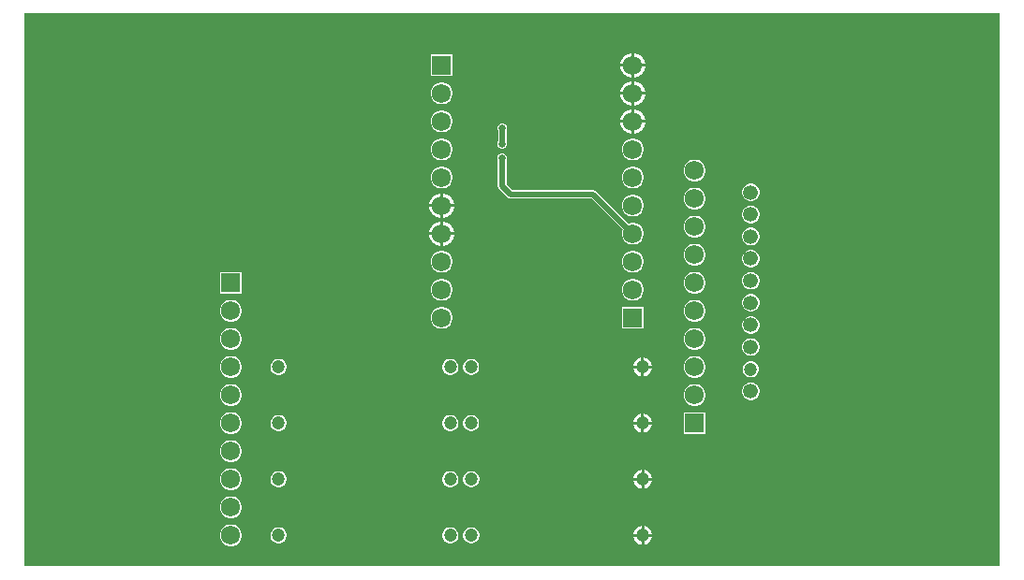
<source format=gbl>
G04*
G04 #@! TF.GenerationSoftware,Altium Limited,Altium Designer,21.3.2 (30)*
G04*
G04 Layer_Physical_Order=2*
G04 Layer_Color=16711680*
%FSLAX25Y25*%
%MOIN*%
G70*
G04*
G04 #@! TF.SameCoordinates,854D5A4D-7B49-4B2E-BA62-70F088FD304A*
G04*
G04*
G04 #@! TF.FilePolarity,Positive*
G04*
G01*
G75*
%ADD36C,0.02000*%
%ADD38C,0.05284*%
%ADD39C,0.04724*%
%ADD40C,0.06791*%
%ADD41R,0.06791X0.06791*%
%ADD42C,0.02500*%
G36*
X348471Y1529D02*
X1529D01*
Y198471D01*
X348471D01*
Y1529D01*
D02*
G37*
%LPC*%
G36*
X218579Y184396D02*
X218500D01*
Y180500D01*
X222396D01*
Y180579D01*
X222096Y181697D01*
X221517Y182699D01*
X220699Y183517D01*
X219697Y184096D01*
X218579Y184396D01*
D02*
G37*
G36*
X217500D02*
X217421D01*
X216303Y184096D01*
X215301Y183517D01*
X214483Y182699D01*
X213904Y181697D01*
X213604Y180579D01*
Y180500D01*
X217500D01*
Y184396D01*
D02*
G37*
G36*
X153896Y183896D02*
X146104D01*
Y176104D01*
X153896D01*
Y183896D01*
D02*
G37*
G36*
X222396Y179500D02*
X218500D01*
Y175604D01*
X218579D01*
X219697Y175904D01*
X220699Y176483D01*
X221517Y177301D01*
X222096Y178303D01*
X222396Y179421D01*
Y179500D01*
D02*
G37*
G36*
X217500D02*
X213604D01*
Y179421D01*
X213904Y178303D01*
X214483Y177301D01*
X215301Y176483D01*
X216303Y175904D01*
X217421Y175604D01*
X217500D01*
Y179500D01*
D02*
G37*
G36*
X218579Y174396D02*
X218500D01*
Y170500D01*
X222396D01*
Y170579D01*
X222096Y171697D01*
X221517Y172699D01*
X220699Y173517D01*
X219697Y174096D01*
X218579Y174396D01*
D02*
G37*
G36*
X217500D02*
X217421D01*
X216303Y174096D01*
X215301Y173517D01*
X214483Y172699D01*
X213904Y171697D01*
X213604Y170579D01*
Y170500D01*
X217500D01*
Y174396D01*
D02*
G37*
G36*
X150513Y173896D02*
X149487D01*
X148496Y173630D01*
X147608Y173117D01*
X146883Y172392D01*
X146370Y171504D01*
X146104Y170513D01*
Y169487D01*
X146370Y168496D01*
X146883Y167608D01*
X147608Y166883D01*
X148496Y166370D01*
X149487Y166104D01*
X150513D01*
X151504Y166370D01*
X152392Y166883D01*
X153117Y167608D01*
X153630Y168496D01*
X153896Y169487D01*
Y170513D01*
X153630Y171504D01*
X153117Y172392D01*
X152392Y173117D01*
X151504Y173630D01*
X150513Y173896D01*
D02*
G37*
G36*
X222396Y169500D02*
X218500D01*
Y165604D01*
X218579D01*
X219697Y165904D01*
X220699Y166483D01*
X221517Y167301D01*
X222096Y168303D01*
X222396Y169421D01*
Y169500D01*
D02*
G37*
G36*
X217500D02*
X213604D01*
Y169421D01*
X213904Y168303D01*
X214483Y167301D01*
X215301Y166483D01*
X216303Y165904D01*
X217421Y165604D01*
X217500D01*
Y169500D01*
D02*
G37*
G36*
X218579Y164396D02*
X218500D01*
Y160500D01*
X222396D01*
Y160579D01*
X222096Y161697D01*
X221517Y162699D01*
X220699Y163517D01*
X219697Y164096D01*
X218579Y164396D01*
D02*
G37*
G36*
X217500D02*
X217421D01*
X216303Y164096D01*
X215301Y163517D01*
X214483Y162699D01*
X213904Y161697D01*
X213604Y160579D01*
Y160500D01*
X217500D01*
Y164396D01*
D02*
G37*
G36*
X150513Y163896D02*
X149487D01*
X148496Y163630D01*
X147608Y163117D01*
X146883Y162392D01*
X146370Y161504D01*
X146104Y160513D01*
Y159487D01*
X146370Y158496D01*
X146883Y157608D01*
X147608Y156883D01*
X148496Y156370D01*
X149487Y156104D01*
X150513D01*
X151504Y156370D01*
X152392Y156883D01*
X153117Y157608D01*
X153630Y158496D01*
X153896Y159487D01*
Y160513D01*
X153630Y161504D01*
X153117Y162392D01*
X152392Y163117D01*
X151504Y163630D01*
X150513Y163896D01*
D02*
G37*
G36*
X222396Y159500D02*
X218500D01*
Y155604D01*
X218579D01*
X219697Y155904D01*
X220699Y156483D01*
X221517Y157301D01*
X222096Y158303D01*
X222396Y159421D01*
Y159500D01*
D02*
G37*
G36*
X217500D02*
X213604D01*
Y159421D01*
X213904Y158303D01*
X214483Y157301D01*
X215301Y156483D01*
X216303Y155904D01*
X217421Y155604D01*
X217500D01*
Y159500D01*
D02*
G37*
G36*
X171948Y159250D02*
X171252D01*
X170609Y158984D01*
X170116Y158491D01*
X169850Y157848D01*
Y157152D01*
X170021Y156740D01*
Y152996D01*
X170016Y152991D01*
X169750Y152348D01*
Y151652D01*
X170016Y151009D01*
X170509Y150516D01*
X171152Y150250D01*
X171848D01*
X172491Y150516D01*
X172984Y151009D01*
X173250Y151652D01*
Y152348D01*
X173079Y152760D01*
Y156504D01*
X173084Y156509D01*
X173350Y157152D01*
Y157848D01*
X173084Y158491D01*
X172591Y158984D01*
X171948Y159250D01*
D02*
G37*
G36*
X218513Y153896D02*
X217487D01*
X216496Y153630D01*
X215608Y153117D01*
X214883Y152392D01*
X214370Y151504D01*
X214104Y150513D01*
Y149487D01*
X214370Y148496D01*
X214883Y147608D01*
X215608Y146883D01*
X216496Y146370D01*
X217487Y146104D01*
X218513D01*
X219504Y146370D01*
X220392Y146883D01*
X221117Y147608D01*
X221630Y148496D01*
X221896Y149487D01*
Y150513D01*
X221630Y151504D01*
X221117Y152392D01*
X220392Y153117D01*
X219504Y153630D01*
X218513Y153896D01*
D02*
G37*
G36*
X150513D02*
X149487D01*
X148496Y153630D01*
X147608Y153117D01*
X146883Y152392D01*
X146370Y151504D01*
X146104Y150513D01*
Y149487D01*
X146370Y148496D01*
X146883Y147608D01*
X147608Y146883D01*
X148496Y146370D01*
X149487Y146104D01*
X150513D01*
X151504Y146370D01*
X152392Y146883D01*
X153117Y147608D01*
X153630Y148496D01*
X153896Y149487D01*
Y150513D01*
X153630Y151504D01*
X153117Y152392D01*
X152392Y153117D01*
X151504Y153630D01*
X150513Y153896D01*
D02*
G37*
G36*
X240513Y146396D02*
X239487D01*
X238496Y146130D01*
X237608Y145617D01*
X236883Y144892D01*
X236370Y144004D01*
X236104Y143013D01*
Y141987D01*
X236370Y140996D01*
X236883Y140108D01*
X237608Y139383D01*
X238496Y138870D01*
X239487Y138604D01*
X240513D01*
X241504Y138870D01*
X242392Y139383D01*
X243117Y140108D01*
X243630Y140996D01*
X243896Y141987D01*
Y143013D01*
X243630Y144004D01*
X243117Y144892D01*
X242392Y145617D01*
X241504Y146130D01*
X240513Y146396D01*
D02*
G37*
G36*
X218513Y143896D02*
X217487D01*
X216496Y143630D01*
X215608Y143117D01*
X214883Y142392D01*
X214370Y141504D01*
X214104Y140513D01*
Y139487D01*
X214370Y138496D01*
X214883Y137608D01*
X215608Y136883D01*
X216496Y136370D01*
X217487Y136104D01*
X218513D01*
X219504Y136370D01*
X220392Y136883D01*
X221117Y137608D01*
X221630Y138496D01*
X221896Y139487D01*
Y140513D01*
X221630Y141504D01*
X221117Y142392D01*
X220392Y143117D01*
X219504Y143630D01*
X218513Y143896D01*
D02*
G37*
G36*
X150513D02*
X149487D01*
X148496Y143630D01*
X147608Y143117D01*
X146883Y142392D01*
X146370Y141504D01*
X146104Y140513D01*
Y139487D01*
X146370Y138496D01*
X146883Y137608D01*
X147608Y136883D01*
X148496Y136370D01*
X149487Y136104D01*
X150513D01*
X151504Y136370D01*
X152392Y136883D01*
X153117Y137608D01*
X153630Y138496D01*
X153896Y139487D01*
Y140513D01*
X153630Y141504D01*
X153117Y142392D01*
X152392Y143117D01*
X151504Y143630D01*
X150513Y143896D01*
D02*
G37*
G36*
X260414Y137886D02*
X259586D01*
X258787Y137672D01*
X258071Y137258D01*
X257486Y136673D01*
X257072Y135957D01*
X256858Y135158D01*
Y134330D01*
X257072Y133531D01*
X257486Y132815D01*
X258071Y132230D01*
X258787Y131816D01*
X259586Y131602D01*
X260414D01*
X261213Y131816D01*
X261929Y132230D01*
X262514Y132815D01*
X262928Y133531D01*
X263142Y134330D01*
Y135158D01*
X262928Y135957D01*
X262514Y136673D01*
X261929Y137258D01*
X261213Y137672D01*
X260414Y137886D01*
D02*
G37*
G36*
X150579Y134396D02*
X150500D01*
Y130500D01*
X154396D01*
Y130579D01*
X154096Y131697D01*
X153517Y132699D01*
X152699Y133517D01*
X151697Y134096D01*
X150579Y134396D01*
D02*
G37*
G36*
X149500D02*
X149421D01*
X148303Y134096D01*
X147301Y133517D01*
X146483Y132699D01*
X145904Y131697D01*
X145604Y130579D01*
Y130500D01*
X149500D01*
Y134396D01*
D02*
G37*
G36*
X240513Y136396D02*
X239487D01*
X238496Y136130D01*
X237608Y135617D01*
X236883Y134892D01*
X236370Y134004D01*
X236104Y133013D01*
Y131987D01*
X236370Y130996D01*
X236883Y130108D01*
X237608Y129383D01*
X238496Y128870D01*
X239487Y128604D01*
X240513D01*
X241504Y128870D01*
X242392Y129383D01*
X243117Y130108D01*
X243630Y130996D01*
X243896Y131987D01*
Y133013D01*
X243630Y134004D01*
X243117Y134892D01*
X242392Y135617D01*
X241504Y136130D01*
X240513Y136396D01*
D02*
G37*
G36*
X218513Y133896D02*
X217487D01*
X216496Y133630D01*
X215608Y133117D01*
X214883Y132392D01*
X214370Y131504D01*
X214104Y130513D01*
Y129487D01*
X214370Y128496D01*
X214883Y127608D01*
X215608Y126883D01*
X216496Y126370D01*
X217487Y126104D01*
X218513D01*
X219504Y126370D01*
X220392Y126883D01*
X221117Y127608D01*
X221630Y128496D01*
X221896Y129487D01*
Y130513D01*
X221630Y131504D01*
X221117Y132392D01*
X220392Y133117D01*
X219504Y133630D01*
X218513Y133896D01*
D02*
G37*
G36*
X154396Y129500D02*
X150500D01*
Y125604D01*
X150579D01*
X151697Y125904D01*
X152699Y126483D01*
X153517Y127301D01*
X154096Y128303D01*
X154396Y129421D01*
Y129500D01*
D02*
G37*
G36*
X149500D02*
X145604D01*
Y129421D01*
X145904Y128303D01*
X146483Y127301D01*
X147301Y126483D01*
X148303Y125904D01*
X149421Y125604D01*
X149500D01*
Y129500D01*
D02*
G37*
G36*
X260414Y130012D02*
X259586D01*
X258787Y129798D01*
X258071Y129384D01*
X257486Y128799D01*
X257072Y128083D01*
X256858Y127284D01*
Y126456D01*
X257072Y125657D01*
X257486Y124941D01*
X258071Y124356D01*
X258787Y123942D01*
X259586Y123728D01*
X260414D01*
X261213Y123942D01*
X261929Y124356D01*
X262514Y124941D01*
X262928Y125657D01*
X263142Y126456D01*
Y127284D01*
X262928Y128083D01*
X262514Y128799D01*
X261929Y129384D01*
X261213Y129798D01*
X260414Y130012D01*
D02*
G37*
G36*
X150579Y124396D02*
X150500D01*
Y120500D01*
X154396D01*
Y120579D01*
X154096Y121697D01*
X153517Y122699D01*
X152699Y123517D01*
X151697Y124096D01*
X150579Y124396D01*
D02*
G37*
G36*
X149500D02*
X149421D01*
X148303Y124096D01*
X147301Y123517D01*
X146483Y122699D01*
X145904Y121697D01*
X145604Y120579D01*
Y120500D01*
X149500D01*
Y124396D01*
D02*
G37*
G36*
X240513Y126396D02*
X239487D01*
X238496Y126130D01*
X237608Y125617D01*
X236883Y124892D01*
X236370Y124004D01*
X236104Y123013D01*
Y121987D01*
X236370Y120996D01*
X236883Y120108D01*
X237608Y119383D01*
X238496Y118870D01*
X239487Y118604D01*
X240513D01*
X241504Y118870D01*
X242392Y119383D01*
X243117Y120108D01*
X243630Y120996D01*
X243896Y121987D01*
Y123013D01*
X243630Y124004D01*
X243117Y124892D01*
X242392Y125617D01*
X241504Y126130D01*
X240513Y126396D01*
D02*
G37*
G36*
X171848Y148650D02*
X171152D01*
X170509Y148384D01*
X170016Y147891D01*
X169750Y147248D01*
Y146552D01*
X169971Y146019D01*
Y137000D01*
X170087Y136415D01*
X170419Y135919D01*
X173419Y132919D01*
X173915Y132587D01*
X174500Y132471D01*
X203366D01*
X214362Y121475D01*
X214104Y120513D01*
Y119487D01*
X214370Y118496D01*
X214883Y117608D01*
X215608Y116883D01*
X216496Y116370D01*
X217487Y116104D01*
X218513D01*
X219504Y116370D01*
X220392Y116883D01*
X221117Y117608D01*
X221630Y118496D01*
X221896Y119487D01*
Y120513D01*
X221630Y121504D01*
X221117Y122392D01*
X220392Y123117D01*
X219504Y123630D01*
X218513Y123896D01*
X217487D01*
X216525Y123638D01*
X205081Y135081D01*
X204585Y135413D01*
X204000Y135529D01*
X175134D01*
X173029Y137634D01*
Y146019D01*
X173250Y146552D01*
Y147248D01*
X172984Y147891D01*
X172491Y148384D01*
X171848Y148650D01*
D02*
G37*
G36*
X260414Y122138D02*
X259586D01*
X258787Y121924D01*
X258071Y121510D01*
X257486Y120925D01*
X257072Y120209D01*
X256858Y119410D01*
Y118582D01*
X257072Y117783D01*
X257486Y117067D01*
X258071Y116482D01*
X258787Y116068D01*
X259586Y115854D01*
X260414D01*
X261213Y116068D01*
X261929Y116482D01*
X262514Y117067D01*
X262928Y117783D01*
X263142Y118582D01*
Y119410D01*
X262928Y120209D01*
X262514Y120925D01*
X261929Y121510D01*
X261213Y121924D01*
X260414Y122138D01*
D02*
G37*
G36*
X154396Y119500D02*
X150500D01*
Y115604D01*
X150579D01*
X151697Y115904D01*
X152699Y116483D01*
X153517Y117301D01*
X154096Y118303D01*
X154396Y119421D01*
Y119500D01*
D02*
G37*
G36*
X149500D02*
X145604D01*
Y119421D01*
X145904Y118303D01*
X146483Y117301D01*
X147301Y116483D01*
X148303Y115904D01*
X149421Y115604D01*
X149500D01*
Y119500D01*
D02*
G37*
G36*
X240513Y116396D02*
X239487D01*
X238496Y116130D01*
X237608Y115617D01*
X236883Y114892D01*
X236370Y114004D01*
X236104Y113013D01*
Y111987D01*
X236370Y110996D01*
X236883Y110108D01*
X237608Y109383D01*
X238496Y108870D01*
X239487Y108604D01*
X240513D01*
X241504Y108870D01*
X242392Y109383D01*
X243117Y110108D01*
X243630Y110996D01*
X243896Y111987D01*
Y113013D01*
X243630Y114004D01*
X243117Y114892D01*
X242392Y115617D01*
X241504Y116130D01*
X240513Y116396D01*
D02*
G37*
G36*
X260414Y114264D02*
X259586D01*
X258787Y114050D01*
X258071Y113636D01*
X257486Y113051D01*
X257072Y112335D01*
X256858Y111536D01*
Y110708D01*
X257072Y109909D01*
X257486Y109193D01*
X258071Y108608D01*
X258787Y108194D01*
X259586Y107980D01*
X260414D01*
X261213Y108194D01*
X261929Y108608D01*
X262514Y109193D01*
X262928Y109909D01*
X263142Y110708D01*
Y111536D01*
X262928Y112335D01*
X262514Y113051D01*
X261929Y113636D01*
X261213Y114050D01*
X260414Y114264D01*
D02*
G37*
G36*
X218513Y113896D02*
X217487D01*
X216496Y113630D01*
X215608Y113117D01*
X214883Y112392D01*
X214370Y111504D01*
X214104Y110513D01*
Y109487D01*
X214370Y108496D01*
X214883Y107608D01*
X215608Y106883D01*
X216496Y106370D01*
X217487Y106104D01*
X218513D01*
X219504Y106370D01*
X220392Y106883D01*
X221117Y107608D01*
X221630Y108496D01*
X221896Y109487D01*
Y110513D01*
X221630Y111504D01*
X221117Y112392D01*
X220392Y113117D01*
X219504Y113630D01*
X218513Y113896D01*
D02*
G37*
G36*
X150513D02*
X149487D01*
X148496Y113630D01*
X147608Y113117D01*
X146883Y112392D01*
X146370Y111504D01*
X146104Y110513D01*
Y109487D01*
X146370Y108496D01*
X146883Y107608D01*
X147608Y106883D01*
X148496Y106370D01*
X149487Y106104D01*
X150513D01*
X151504Y106370D01*
X152392Y106883D01*
X153117Y107608D01*
X153630Y108496D01*
X153896Y109487D01*
Y110513D01*
X153630Y111504D01*
X153117Y112392D01*
X152392Y113117D01*
X151504Y113630D01*
X150513Y113896D01*
D02*
G37*
G36*
X260414Y106390D02*
X259586D01*
X258787Y106176D01*
X258071Y105762D01*
X257486Y105177D01*
X257072Y104461D01*
X256858Y103662D01*
Y102834D01*
X257072Y102035D01*
X257486Y101319D01*
X258071Y100734D01*
X258787Y100320D01*
X259586Y100106D01*
X260414D01*
X261213Y100320D01*
X261929Y100734D01*
X262514Y101319D01*
X262928Y102035D01*
X263142Y102834D01*
Y103662D01*
X262928Y104461D01*
X262514Y105177D01*
X261929Y105762D01*
X261213Y106176D01*
X260414Y106390D01*
D02*
G37*
G36*
X240513Y106396D02*
X239487D01*
X238496Y106130D01*
X237608Y105617D01*
X236883Y104892D01*
X236370Y104004D01*
X236104Y103013D01*
Y101987D01*
X236370Y100996D01*
X236883Y100108D01*
X237608Y99383D01*
X238496Y98870D01*
X239487Y98604D01*
X240513D01*
X241504Y98870D01*
X242392Y99383D01*
X243117Y100108D01*
X243630Y100996D01*
X243896Y101987D01*
Y103013D01*
X243630Y104004D01*
X243117Y104892D01*
X242392Y105617D01*
X241504Y106130D01*
X240513Y106396D01*
D02*
G37*
G36*
X78896D02*
X71104D01*
Y98604D01*
X78896D01*
Y106396D01*
D02*
G37*
G36*
X218513Y103896D02*
X217487D01*
X216496Y103630D01*
X215608Y103117D01*
X214883Y102392D01*
X214370Y101504D01*
X214104Y100513D01*
Y99487D01*
X214370Y98496D01*
X214883Y97608D01*
X215608Y96883D01*
X216496Y96370D01*
X217487Y96104D01*
X218513D01*
X219504Y96370D01*
X220392Y96883D01*
X221117Y97608D01*
X221630Y98496D01*
X221896Y99487D01*
Y100513D01*
X221630Y101504D01*
X221117Y102392D01*
X220392Y103117D01*
X219504Y103630D01*
X218513Y103896D01*
D02*
G37*
G36*
X150513D02*
X149487D01*
X148496Y103630D01*
X147608Y103117D01*
X146883Y102392D01*
X146370Y101504D01*
X146104Y100513D01*
Y99487D01*
X146370Y98496D01*
X146883Y97608D01*
X147608Y96883D01*
X148496Y96370D01*
X149487Y96104D01*
X150513D01*
X151504Y96370D01*
X152392Y96883D01*
X153117Y97608D01*
X153630Y98496D01*
X153896Y99487D01*
Y100513D01*
X153630Y101504D01*
X153117Y102392D01*
X152392Y103117D01*
X151504Y103630D01*
X150513Y103896D01*
D02*
G37*
G36*
X260414Y98516D02*
X259586D01*
X258787Y98302D01*
X258071Y97888D01*
X257486Y97303D01*
X257072Y96587D01*
X256858Y95788D01*
Y94960D01*
X257072Y94161D01*
X257486Y93445D01*
X258071Y92860D01*
X258787Y92446D01*
X259586Y92232D01*
X260414D01*
X261213Y92446D01*
X261929Y92860D01*
X262514Y93445D01*
X262928Y94161D01*
X263142Y94960D01*
Y95788D01*
X262928Y96587D01*
X262514Y97303D01*
X261929Y97888D01*
X261213Y98302D01*
X260414Y98516D01*
D02*
G37*
G36*
X240513Y96396D02*
X239487D01*
X238496Y96130D01*
X237608Y95617D01*
X236883Y94892D01*
X236370Y94004D01*
X236104Y93013D01*
Y91987D01*
X236370Y90996D01*
X236883Y90108D01*
X237608Y89383D01*
X238496Y88870D01*
X239487Y88604D01*
X240513D01*
X241504Y88870D01*
X242392Y89383D01*
X243117Y90108D01*
X243630Y90996D01*
X243896Y91987D01*
Y93013D01*
X243630Y94004D01*
X243117Y94892D01*
X242392Y95617D01*
X241504Y96130D01*
X240513Y96396D01*
D02*
G37*
G36*
X75513D02*
X74487D01*
X73496Y96130D01*
X72608Y95617D01*
X71883Y94892D01*
X71370Y94004D01*
X71104Y93013D01*
Y91987D01*
X71370Y90996D01*
X71883Y90108D01*
X72608Y89383D01*
X73496Y88870D01*
X74487Y88604D01*
X75513D01*
X76504Y88870D01*
X77392Y89383D01*
X78117Y90108D01*
X78630Y90996D01*
X78896Y91987D01*
Y93013D01*
X78630Y94004D01*
X78117Y94892D01*
X77392Y95617D01*
X76504Y96130D01*
X75513Y96396D01*
D02*
G37*
G36*
X221896Y93896D02*
X214104D01*
Y86104D01*
X221896D01*
Y93896D01*
D02*
G37*
G36*
X150513D02*
X149487D01*
X148496Y93630D01*
X147608Y93117D01*
X146883Y92392D01*
X146370Y91504D01*
X146104Y90513D01*
Y89487D01*
X146370Y88496D01*
X146883Y87608D01*
X147608Y86883D01*
X148496Y86370D01*
X149487Y86104D01*
X150513D01*
X151504Y86370D01*
X152392Y86883D01*
X153117Y87608D01*
X153630Y88496D01*
X153896Y89487D01*
Y90513D01*
X153630Y91504D01*
X153117Y92392D01*
X152392Y93117D01*
X151504Y93630D01*
X150513Y93896D01*
D02*
G37*
G36*
X260414Y90642D02*
X259586D01*
X258787Y90428D01*
X258071Y90014D01*
X257486Y89429D01*
X257072Y88713D01*
X256858Y87914D01*
Y87086D01*
X257072Y86287D01*
X257486Y85571D01*
X258071Y84986D01*
X258787Y84572D01*
X259586Y84358D01*
X260414D01*
X261213Y84572D01*
X261929Y84986D01*
X262514Y85571D01*
X262928Y86287D01*
X263142Y87086D01*
Y87914D01*
X262928Y88713D01*
X262514Y89429D01*
X261929Y90014D01*
X261213Y90428D01*
X260414Y90642D01*
D02*
G37*
G36*
X240513Y86396D02*
X239487D01*
X238496Y86130D01*
X237608Y85617D01*
X236883Y84892D01*
X236370Y84004D01*
X236104Y83013D01*
Y81987D01*
X236370Y80996D01*
X236883Y80108D01*
X237608Y79383D01*
X238496Y78870D01*
X239487Y78604D01*
X240513D01*
X241504Y78870D01*
X242392Y79383D01*
X243117Y80108D01*
X243630Y80996D01*
X243896Y81987D01*
Y83013D01*
X243630Y84004D01*
X243117Y84892D01*
X242392Y85617D01*
X241504Y86130D01*
X240513Y86396D01*
D02*
G37*
G36*
X75513D02*
X74487D01*
X73496Y86130D01*
X72608Y85617D01*
X71883Y84892D01*
X71370Y84004D01*
X71104Y83013D01*
Y81987D01*
X71370Y80996D01*
X71883Y80108D01*
X72608Y79383D01*
X73496Y78870D01*
X74487Y78604D01*
X75513D01*
X76504Y78870D01*
X77392Y79383D01*
X78117Y80108D01*
X78630Y80996D01*
X78896Y81987D01*
Y83013D01*
X78630Y84004D01*
X78117Y84892D01*
X77392Y85617D01*
X76504Y86130D01*
X75513Y86396D01*
D02*
G37*
G36*
X260414Y82768D02*
X259586D01*
X258787Y82554D01*
X258071Y82140D01*
X257486Y81555D01*
X257072Y80839D01*
X256858Y80040D01*
Y79212D01*
X257072Y78413D01*
X257486Y77697D01*
X258071Y77112D01*
X258787Y76698D01*
X259586Y76484D01*
X260414D01*
X261213Y76698D01*
X261929Y77112D01*
X262514Y77697D01*
X262928Y78413D01*
X263142Y79212D01*
Y80040D01*
X262928Y80839D01*
X262514Y81555D01*
X261929Y82140D01*
X261213Y82554D01*
X260414Y82768D01*
D02*
G37*
G36*
X222000Y75847D02*
Y73000D01*
X224847D01*
X224633Y73798D01*
X224190Y74564D01*
X223564Y75190D01*
X222798Y75633D01*
X222000Y75847D01*
D02*
G37*
G36*
X221000D02*
X220202Y75633D01*
X219436Y75190D01*
X218810Y74564D01*
X218367Y73798D01*
X218153Y73000D01*
X221000D01*
Y75847D01*
D02*
G37*
G36*
X160853Y75362D02*
X160100D01*
X159372Y75167D01*
X158719Y74790D01*
X158186Y74257D01*
X157809Y73605D01*
X157614Y72877D01*
Y72123D01*
X157809Y71395D01*
X158186Y70743D01*
X158719Y70210D01*
X159372Y69833D01*
X160100Y69638D01*
X160853D01*
X161581Y69833D01*
X162234Y70210D01*
X162767Y70743D01*
X163144Y71395D01*
X163339Y72123D01*
Y72877D01*
X163144Y73605D01*
X162767Y74257D01*
X162234Y74790D01*
X161581Y75167D01*
X160853Y75362D01*
D02*
G37*
G36*
X153400D02*
X152647D01*
X151919Y75167D01*
X151266Y74790D01*
X150733Y74257D01*
X150356Y73605D01*
X150161Y72877D01*
Y72123D01*
X150356Y71395D01*
X150733Y70743D01*
X151266Y70210D01*
X151919Y69833D01*
X152647Y69638D01*
X153400D01*
X154128Y69833D01*
X154781Y70210D01*
X155314Y70743D01*
X155691Y71395D01*
X155886Y72123D01*
Y72877D01*
X155691Y73605D01*
X155314Y74257D01*
X154781Y74790D01*
X154128Y75167D01*
X153400Y75362D01*
D02*
G37*
G36*
X92377D02*
X91623D01*
X90895Y75167D01*
X90243Y74790D01*
X89710Y74257D01*
X89333Y73605D01*
X89138Y72877D01*
Y72123D01*
X89333Y71395D01*
X89710Y70743D01*
X90243Y70210D01*
X90895Y69833D01*
X91623Y69638D01*
X92377D01*
X93105Y69833D01*
X93757Y70210D01*
X94290Y70743D01*
X94667Y71395D01*
X94862Y72123D01*
Y72877D01*
X94667Y73605D01*
X94290Y74257D01*
X93757Y74790D01*
X93105Y75167D01*
X92377Y75362D01*
D02*
G37*
G36*
X224847Y72000D02*
X222000D01*
Y69153D01*
X222798Y69367D01*
X223564Y69810D01*
X224190Y70436D01*
X224633Y71202D01*
X224847Y72000D01*
D02*
G37*
G36*
X221000D02*
X218153D01*
X218367Y71202D01*
X218810Y70436D01*
X219436Y69810D01*
X220202Y69367D01*
X221000Y69153D01*
Y72000D01*
D02*
G37*
G36*
X260377Y74614D02*
X259623D01*
X258895Y74419D01*
X258243Y74042D01*
X257710Y73509D01*
X257333Y72857D01*
X257138Y72129D01*
Y71375D01*
X257333Y70647D01*
X257710Y69994D01*
X258243Y69462D01*
X258895Y69085D01*
X259623Y68890D01*
X260377D01*
X261105Y69085D01*
X261757Y69462D01*
X262290Y69994D01*
X262667Y70647D01*
X262862Y71375D01*
Y72129D01*
X262667Y72857D01*
X262290Y73509D01*
X261757Y74042D01*
X261105Y74419D01*
X260377Y74614D01*
D02*
G37*
G36*
X240513Y76396D02*
X239487D01*
X238496Y76130D01*
X237608Y75617D01*
X236883Y74892D01*
X236370Y74004D01*
X236104Y73013D01*
Y71987D01*
X236370Y70996D01*
X236883Y70108D01*
X237608Y69383D01*
X238496Y68870D01*
X239487Y68604D01*
X240513D01*
X241504Y68870D01*
X242392Y69383D01*
X243117Y70108D01*
X243630Y70996D01*
X243896Y71987D01*
Y73013D01*
X243630Y74004D01*
X243117Y74892D01*
X242392Y75617D01*
X241504Y76130D01*
X240513Y76396D01*
D02*
G37*
G36*
X75513D02*
X74487D01*
X73496Y76130D01*
X72608Y75617D01*
X71883Y74892D01*
X71370Y74004D01*
X71104Y73013D01*
Y71987D01*
X71370Y70996D01*
X71883Y70108D01*
X72608Y69383D01*
X73496Y68870D01*
X74487Y68604D01*
X75513D01*
X76504Y68870D01*
X77392Y69383D01*
X78117Y70108D01*
X78630Y70996D01*
X78896Y71987D01*
Y73013D01*
X78630Y74004D01*
X78117Y74892D01*
X77392Y75617D01*
X76504Y76130D01*
X75513Y76396D01*
D02*
G37*
G36*
X260414Y67020D02*
X259586D01*
X258787Y66806D01*
X258071Y66392D01*
X257486Y65807D01*
X257072Y65091D01*
X256858Y64292D01*
Y63464D01*
X257072Y62665D01*
X257486Y61949D01*
X258071Y61364D01*
X258787Y60950D01*
X259586Y60736D01*
X260414D01*
X261213Y60950D01*
X261929Y61364D01*
X262514Y61949D01*
X262928Y62665D01*
X263142Y63464D01*
Y64292D01*
X262928Y65091D01*
X262514Y65807D01*
X261929Y66392D01*
X261213Y66806D01*
X260414Y67020D01*
D02*
G37*
G36*
X240513Y66396D02*
X239487D01*
X238496Y66130D01*
X237608Y65617D01*
X236883Y64892D01*
X236370Y64004D01*
X236104Y63013D01*
Y61987D01*
X236370Y60996D01*
X236883Y60108D01*
X237608Y59383D01*
X238496Y58870D01*
X239487Y58604D01*
X240513D01*
X241504Y58870D01*
X242392Y59383D01*
X243117Y60108D01*
X243630Y60996D01*
X243896Y61987D01*
Y63013D01*
X243630Y64004D01*
X243117Y64892D01*
X242392Y65617D01*
X241504Y66130D01*
X240513Y66396D01*
D02*
G37*
G36*
X75513D02*
X74487D01*
X73496Y66130D01*
X72608Y65617D01*
X71883Y64892D01*
X71370Y64004D01*
X71104Y63013D01*
Y61987D01*
X71370Y60996D01*
X71883Y60108D01*
X72608Y59383D01*
X73496Y58870D01*
X74487Y58604D01*
X75513D01*
X76504Y58870D01*
X77392Y59383D01*
X78117Y60108D01*
X78630Y60996D01*
X78896Y61987D01*
Y63013D01*
X78630Y64004D01*
X78117Y64892D01*
X77392Y65617D01*
X76504Y66130D01*
X75513Y66396D01*
D02*
G37*
G36*
X222000Y55847D02*
Y53000D01*
X224847D01*
X224633Y53798D01*
X224190Y54564D01*
X223564Y55190D01*
X222798Y55633D01*
X222000Y55847D01*
D02*
G37*
G36*
X221000D02*
X220202Y55633D01*
X219436Y55190D01*
X218810Y54564D01*
X218367Y53798D01*
X218153Y53000D01*
X221000D01*
Y55847D01*
D02*
G37*
G36*
X160853Y55362D02*
X160100D01*
X159372Y55167D01*
X158719Y54790D01*
X158186Y54257D01*
X157809Y53605D01*
X157614Y52877D01*
Y52123D01*
X157809Y51395D01*
X158186Y50743D01*
X158719Y50210D01*
X159372Y49833D01*
X160100Y49638D01*
X160853D01*
X161581Y49833D01*
X162234Y50210D01*
X162767Y50743D01*
X163144Y51395D01*
X163339Y52123D01*
Y52877D01*
X163144Y53605D01*
X162767Y54257D01*
X162234Y54790D01*
X161581Y55167D01*
X160853Y55362D01*
D02*
G37*
G36*
X153400D02*
X152647D01*
X151919Y55167D01*
X151266Y54790D01*
X150733Y54257D01*
X150356Y53605D01*
X150161Y52877D01*
Y52123D01*
X150356Y51395D01*
X150733Y50743D01*
X151266Y50210D01*
X151919Y49833D01*
X152647Y49638D01*
X153400D01*
X154128Y49833D01*
X154781Y50210D01*
X155314Y50743D01*
X155691Y51395D01*
X155886Y52123D01*
Y52877D01*
X155691Y53605D01*
X155314Y54257D01*
X154781Y54790D01*
X154128Y55167D01*
X153400Y55362D01*
D02*
G37*
G36*
X92377D02*
X91623D01*
X90895Y55167D01*
X90243Y54790D01*
X89710Y54257D01*
X89333Y53605D01*
X89138Y52877D01*
Y52123D01*
X89333Y51395D01*
X89710Y50743D01*
X90243Y50210D01*
X90895Y49833D01*
X91623Y49638D01*
X92377D01*
X93105Y49833D01*
X93757Y50210D01*
X94290Y50743D01*
X94667Y51395D01*
X94862Y52123D01*
Y52877D01*
X94667Y53605D01*
X94290Y54257D01*
X93757Y54790D01*
X93105Y55167D01*
X92377Y55362D01*
D02*
G37*
G36*
X224847Y52000D02*
X222000D01*
Y49153D01*
X222798Y49367D01*
X223564Y49810D01*
X224190Y50436D01*
X224633Y51202D01*
X224847Y52000D01*
D02*
G37*
G36*
X221000D02*
X218153D01*
X218367Y51202D01*
X218810Y50436D01*
X219436Y49810D01*
X220202Y49367D01*
X221000Y49153D01*
Y52000D01*
D02*
G37*
G36*
X243896Y56396D02*
X236104D01*
Y48604D01*
X243896D01*
Y56396D01*
D02*
G37*
G36*
X75513D02*
X74487D01*
X73496Y56130D01*
X72608Y55617D01*
X71883Y54892D01*
X71370Y54004D01*
X71104Y53013D01*
Y51987D01*
X71370Y50996D01*
X71883Y50108D01*
X72608Y49383D01*
X73496Y48870D01*
X74487Y48604D01*
X75513D01*
X76504Y48870D01*
X77392Y49383D01*
X78117Y50108D01*
X78630Y50996D01*
X78896Y51987D01*
Y53013D01*
X78630Y54004D01*
X78117Y54892D01*
X77392Y55617D01*
X76504Y56130D01*
X75513Y56396D01*
D02*
G37*
G36*
Y46396D02*
X74487D01*
X73496Y46130D01*
X72608Y45617D01*
X71883Y44892D01*
X71370Y44004D01*
X71104Y43013D01*
Y41987D01*
X71370Y40996D01*
X71883Y40108D01*
X72608Y39383D01*
X73496Y38870D01*
X74487Y38604D01*
X75513D01*
X76504Y38870D01*
X77392Y39383D01*
X78117Y40108D01*
X78630Y40996D01*
X78896Y41987D01*
Y43013D01*
X78630Y44004D01*
X78117Y44892D01*
X77392Y45617D01*
X76504Y46130D01*
X75513Y46396D01*
D02*
G37*
G36*
X222024Y35847D02*
Y33000D01*
X224870D01*
X224657Y33798D01*
X224214Y34564D01*
X223588Y35190D01*
X222821Y35633D01*
X222024Y35847D01*
D02*
G37*
G36*
X221024D02*
X220226Y35633D01*
X219459Y35190D01*
X218833Y34564D01*
X218390Y33798D01*
X218177Y33000D01*
X221024D01*
Y35847D01*
D02*
G37*
G36*
X160877Y35362D02*
X160123D01*
X159395Y35167D01*
X158743Y34790D01*
X158210Y34257D01*
X157833Y33605D01*
X157638Y32877D01*
Y32123D01*
X157833Y31395D01*
X158210Y30743D01*
X158743Y30210D01*
X159395Y29833D01*
X160123Y29638D01*
X160877D01*
X161605Y29833D01*
X162257Y30210D01*
X162790Y30743D01*
X163167Y31395D01*
X163362Y32123D01*
Y32877D01*
X163167Y33605D01*
X162790Y34257D01*
X162257Y34790D01*
X161605Y35167D01*
X160877Y35362D01*
D02*
G37*
G36*
X153400D02*
X152647D01*
X151919Y35167D01*
X151266Y34790D01*
X150733Y34257D01*
X150356Y33605D01*
X150161Y32877D01*
Y32123D01*
X150356Y31395D01*
X150733Y30743D01*
X151266Y30210D01*
X151919Y29833D01*
X152647Y29638D01*
X153400D01*
X154128Y29833D01*
X154781Y30210D01*
X155314Y30743D01*
X155691Y31395D01*
X155886Y32123D01*
Y32877D01*
X155691Y33605D01*
X155314Y34257D01*
X154781Y34790D01*
X154128Y35167D01*
X153400Y35362D01*
D02*
G37*
G36*
X92377D02*
X91623D01*
X90895Y35167D01*
X90243Y34790D01*
X89710Y34257D01*
X89333Y33605D01*
X89138Y32877D01*
Y32123D01*
X89333Y31395D01*
X89710Y30743D01*
X90243Y30210D01*
X90895Y29833D01*
X91623Y29638D01*
X92377D01*
X93105Y29833D01*
X93757Y30210D01*
X94290Y30743D01*
X94667Y31395D01*
X94862Y32123D01*
Y32877D01*
X94667Y33605D01*
X94290Y34257D01*
X93757Y34790D01*
X93105Y35167D01*
X92377Y35362D01*
D02*
G37*
G36*
X224870Y32000D02*
X222024D01*
Y29153D01*
X222821Y29367D01*
X223588Y29810D01*
X224214Y30436D01*
X224657Y31202D01*
X224870Y32000D01*
D02*
G37*
G36*
X221024D02*
X218177D01*
X218390Y31202D01*
X218833Y30436D01*
X219459Y29810D01*
X220226Y29367D01*
X221024Y29153D01*
Y32000D01*
D02*
G37*
G36*
X75513Y36396D02*
X74487D01*
X73496Y36130D01*
X72608Y35617D01*
X71883Y34892D01*
X71370Y34004D01*
X71104Y33013D01*
Y31987D01*
X71370Y30996D01*
X71883Y30108D01*
X72608Y29383D01*
X73496Y28870D01*
X74487Y28604D01*
X75513D01*
X76504Y28870D01*
X77392Y29383D01*
X78117Y30108D01*
X78630Y30996D01*
X78896Y31987D01*
Y33013D01*
X78630Y34004D01*
X78117Y34892D01*
X77392Y35617D01*
X76504Y36130D01*
X75513Y36396D01*
D02*
G37*
G36*
Y26396D02*
X74487D01*
X73496Y26130D01*
X72608Y25617D01*
X71883Y24892D01*
X71370Y24004D01*
X71104Y23013D01*
Y21987D01*
X71370Y20996D01*
X71883Y20108D01*
X72608Y19383D01*
X73496Y18870D01*
X74487Y18604D01*
X75513D01*
X76504Y18870D01*
X77392Y19383D01*
X78117Y20108D01*
X78630Y20996D01*
X78896Y21987D01*
Y23013D01*
X78630Y24004D01*
X78117Y24892D01*
X77392Y25617D01*
X76504Y26130D01*
X75513Y26396D01*
D02*
G37*
G36*
X222024Y15847D02*
Y13000D01*
X224870D01*
X224657Y13798D01*
X224214Y14564D01*
X223588Y15190D01*
X222821Y15633D01*
X222024Y15847D01*
D02*
G37*
G36*
X221024D02*
X220226Y15633D01*
X219459Y15190D01*
X218833Y14564D01*
X218390Y13798D01*
X218177Y13000D01*
X221024D01*
Y15847D01*
D02*
G37*
G36*
X160877Y15362D02*
X160123D01*
X159395Y15167D01*
X158743Y14790D01*
X158210Y14257D01*
X157833Y13605D01*
X157638Y12877D01*
Y12123D01*
X157833Y11395D01*
X158210Y10743D01*
X158743Y10210D01*
X159395Y9833D01*
X160123Y9638D01*
X160877D01*
X161605Y9833D01*
X162257Y10210D01*
X162790Y10743D01*
X163167Y11395D01*
X163362Y12123D01*
Y12877D01*
X163167Y13605D01*
X162790Y14257D01*
X162257Y14790D01*
X161605Y15167D01*
X160877Y15362D01*
D02*
G37*
G36*
X153400D02*
X152647D01*
X151919Y15167D01*
X151266Y14790D01*
X150733Y14257D01*
X150356Y13605D01*
X150161Y12877D01*
Y12123D01*
X150356Y11395D01*
X150733Y10743D01*
X151266Y10210D01*
X151919Y9833D01*
X152647Y9638D01*
X153400D01*
X154128Y9833D01*
X154781Y10210D01*
X155314Y10743D01*
X155691Y11395D01*
X155886Y12123D01*
Y12877D01*
X155691Y13605D01*
X155314Y14257D01*
X154781Y14790D01*
X154128Y15167D01*
X153400Y15362D01*
D02*
G37*
G36*
X92377D02*
X91623D01*
X90895Y15167D01*
X90243Y14790D01*
X89710Y14257D01*
X89333Y13605D01*
X89138Y12877D01*
Y12123D01*
X89333Y11395D01*
X89710Y10743D01*
X90243Y10210D01*
X90895Y9833D01*
X91623Y9638D01*
X92377D01*
X93105Y9833D01*
X93757Y10210D01*
X94290Y10743D01*
X94667Y11395D01*
X94862Y12123D01*
Y12877D01*
X94667Y13605D01*
X94290Y14257D01*
X93757Y14790D01*
X93105Y15167D01*
X92377Y15362D01*
D02*
G37*
G36*
X224870Y12000D02*
X222024D01*
Y9153D01*
X222821Y9367D01*
X223588Y9810D01*
X224214Y10436D01*
X224657Y11202D01*
X224870Y12000D01*
D02*
G37*
G36*
X221024D02*
X218177D01*
X218390Y11202D01*
X218833Y10436D01*
X219459Y9810D01*
X220226Y9367D01*
X221024Y9153D01*
Y12000D01*
D02*
G37*
G36*
X75513Y16396D02*
X74487D01*
X73496Y16130D01*
X72608Y15617D01*
X71883Y14892D01*
X71370Y14004D01*
X71104Y13013D01*
Y11987D01*
X71370Y10996D01*
X71883Y10108D01*
X72608Y9383D01*
X73496Y8870D01*
X74487Y8604D01*
X75513D01*
X76504Y8870D01*
X77392Y9383D01*
X78117Y10108D01*
X78630Y10996D01*
X78896Y11987D01*
Y13013D01*
X78630Y14004D01*
X78117Y14892D01*
X77392Y15617D01*
X76504Y16130D01*
X75513Y16396D01*
D02*
G37*
%LPD*%
D36*
X171550Y152050D02*
Y157450D01*
X171500Y152000D02*
X171550Y152050D01*
Y157450D02*
X171600Y157500D01*
X171500Y137000D02*
Y146065D01*
Y137000D02*
X174500Y134000D01*
X204000D01*
X218000Y120000D01*
D38*
X260000Y134744D02*
D03*
Y126870D02*
D03*
Y118996D02*
D03*
Y111122D02*
D03*
Y103248D02*
D03*
Y95374D02*
D03*
Y87500D02*
D03*
Y79626D02*
D03*
Y63878D02*
D03*
D39*
Y71752D02*
D03*
X221524Y12500D02*
D03*
X160500D02*
D03*
X153024Y72500D02*
D03*
X92000D02*
D03*
X221500D02*
D03*
X160476D02*
D03*
X153024Y52500D02*
D03*
X92000D02*
D03*
X221500D02*
D03*
X160476D02*
D03*
X153024Y32500D02*
D03*
X92000D02*
D03*
X221524D02*
D03*
X160500D02*
D03*
X153024Y12500D02*
D03*
X92000D02*
D03*
D40*
X218000Y180000D02*
D03*
Y170000D02*
D03*
Y160000D02*
D03*
Y150000D02*
D03*
Y140000D02*
D03*
Y130000D02*
D03*
Y120000D02*
D03*
Y110000D02*
D03*
Y100000D02*
D03*
X150000Y90000D02*
D03*
Y100000D02*
D03*
Y110000D02*
D03*
Y120000D02*
D03*
Y130000D02*
D03*
Y140000D02*
D03*
Y150000D02*
D03*
Y160000D02*
D03*
Y170000D02*
D03*
X75000Y12500D02*
D03*
Y22500D02*
D03*
Y32500D02*
D03*
Y42500D02*
D03*
Y52500D02*
D03*
Y62500D02*
D03*
Y72500D02*
D03*
Y82500D02*
D03*
Y92500D02*
D03*
X240000Y142500D02*
D03*
Y132500D02*
D03*
Y122500D02*
D03*
Y112500D02*
D03*
Y102500D02*
D03*
Y92500D02*
D03*
Y82500D02*
D03*
Y72500D02*
D03*
Y62500D02*
D03*
D41*
X218000Y90000D02*
D03*
X150000Y180000D02*
D03*
X75000Y102500D02*
D03*
X240000Y52500D02*
D03*
D42*
X171500Y152000D02*
D03*
X168250Y142100D02*
D03*
X171600Y157500D02*
D03*
X171500Y146900D02*
D03*
X175000Y142000D02*
D03*
X209000Y123500D02*
D03*
Y134500D02*
D03*
X202500Y129500D02*
D03*
Y138500D02*
D03*
X196000D02*
D03*
Y129500D02*
D03*
X190000D02*
D03*
Y138500D02*
D03*
X183500D02*
D03*
Y129500D02*
D03*
X177000D02*
D03*
Y138500D02*
D03*
X197600Y159000D02*
D03*
X204000Y181000D02*
D03*
X191500D02*
D03*
X180000D02*
D03*
X202000Y109100D02*
D03*
X202200Y94800D02*
D03*
X201900Y80600D02*
D03*
X170500Y110500D02*
D03*
Y96000D02*
D03*
Y89000D02*
D03*
Y102500D02*
D03*
Y117500D02*
D03*
X222000Y22000D02*
D03*
Y42000D02*
D03*
Y62000D02*
D03*
X55000Y25000D02*
D03*
X47500D02*
D03*
X40000D02*
D03*
X32500D02*
D03*
X25000D02*
D03*
X17500D02*
D03*
X102000Y118000D02*
D03*
Y124000D02*
D03*
Y130000D02*
D03*
X120500Y151000D02*
D03*
X107500D02*
D03*
X100000D02*
D03*
M02*

</source>
